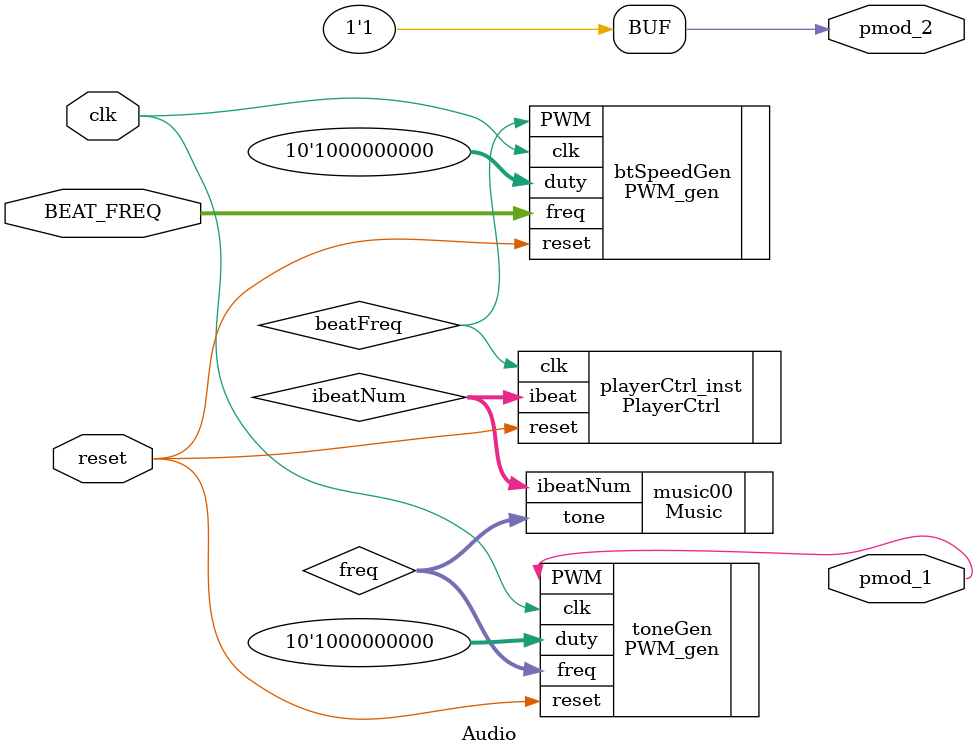
<source format=v>
module Audio (
	input clk,
	input reset,
    input [27:0] BEAT_FREQ,
	output pmod_1,
	output pmod_2
	);

	parameter DUTY_BEST = 10'd512;

	wire [27:0] freq;
	wire [7:0] ibeatNum;
	wire beatFreq;

	assign pmod_2 = 1'd1;	// no gain(6dB)

	PWM_gen btSpeedGen ( 
        .clk(clk), 
		.reset(reset),
		.freq(BEAT_FREQ),
	    .duty(DUTY_BEST), 
		.PWM(beatFreq)
	);
		
	PlayerCtrl playerCtrl_inst ( 
        .clk(beatFreq),
		.reset(reset),
		.ibeat(ibeatNum)
	);	
		
	Music music00 ( 
        .ibeatNum(ibeatNum),
		.tone(freq)
	);
    
	PWM_gen toneGen ( 
        .clk(clk), 
		.reset(reset), 
		.freq(freq),
		.duty(DUTY_BEST), 
		.PWM(pmod_1)
	);
endmodule
</source>
